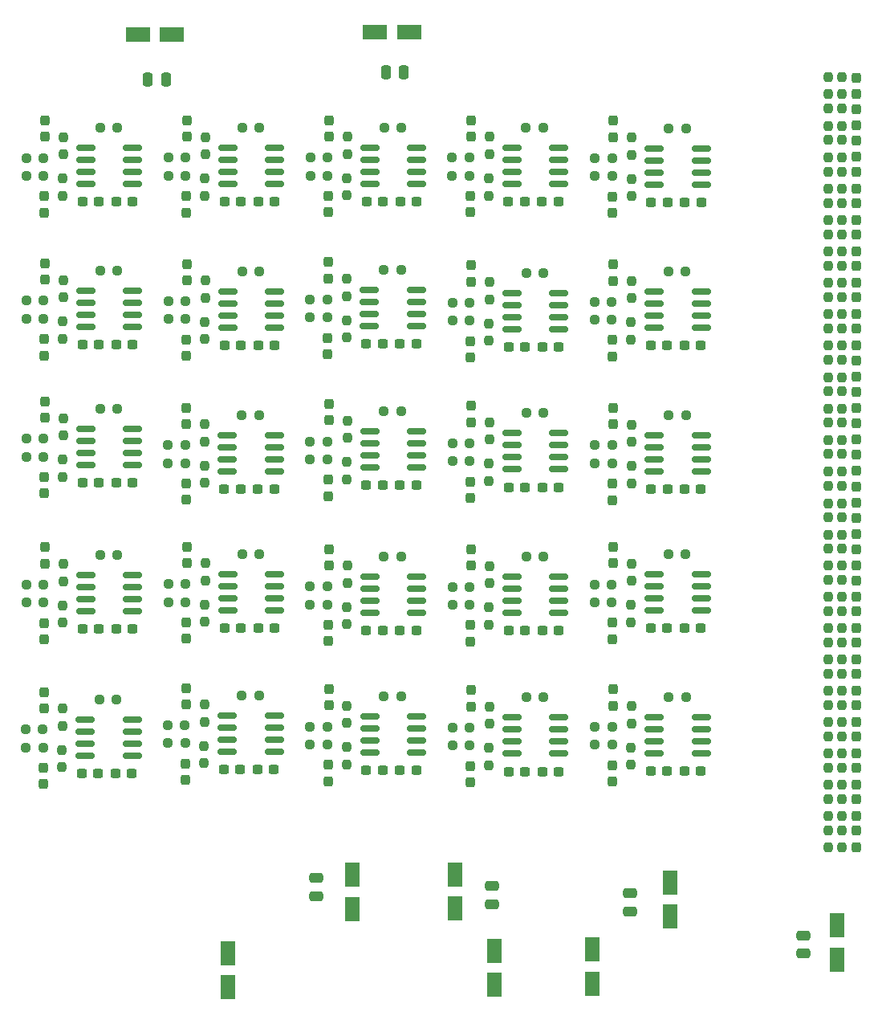
<source format=gbr>
%TF.GenerationSoftware,KiCad,Pcbnew,9.0.4*%
%TF.CreationDate,2025-10-06T13:07:05+13:00*%
%TF.ProjectId,sigProc_esfgrid_cct_IA,73696750-726f-4635-9f65-736667726964,rev?*%
%TF.SameCoordinates,Original*%
%TF.FileFunction,Paste,Top*%
%TF.FilePolarity,Positive*%
%FSLAX46Y46*%
G04 Gerber Fmt 4.6, Leading zero omitted, Abs format (unit mm)*
G04 Created by KiCad (PCBNEW 9.0.4) date 2025-10-06 13:07:05*
%MOMM*%
%LPD*%
G01*
G04 APERTURE LIST*
G04 Aperture macros list*
%AMRoundRect*
0 Rectangle with rounded corners*
0 $1 Rounding radius*
0 $2 $3 $4 $5 $6 $7 $8 $9 X,Y pos of 4 corners*
0 Add a 4 corners polygon primitive as box body*
4,1,4,$2,$3,$4,$5,$6,$7,$8,$9,$2,$3,0*
0 Add four circle primitives for the rounded corners*
1,1,$1+$1,$2,$3*
1,1,$1+$1,$4,$5*
1,1,$1+$1,$6,$7*
1,1,$1+$1,$8,$9*
0 Add four rect primitives between the rounded corners*
20,1,$1+$1,$2,$3,$4,$5,0*
20,1,$1+$1,$4,$5,$6,$7,0*
20,1,$1+$1,$6,$7,$8,$9,0*
20,1,$1+$1,$8,$9,$2,$3,0*%
G04 Aperture macros list end*
%ADD10RoundRect,0.237500X-0.250000X-0.237500X0.250000X-0.237500X0.250000X0.237500X-0.250000X0.237500X0*%
%ADD11RoundRect,0.237500X-0.237500X0.250000X-0.237500X-0.250000X0.237500X-0.250000X0.237500X0.250000X0*%
%ADD12RoundRect,0.237500X0.237500X-0.250000X0.237500X0.250000X-0.237500X0.250000X-0.237500X-0.250000X0*%
%ADD13RoundRect,0.237500X-0.237500X0.300000X-0.237500X-0.300000X0.237500X-0.300000X0.237500X0.300000X0*%
%ADD14RoundRect,0.237500X-0.300000X-0.237500X0.300000X-0.237500X0.300000X0.237500X-0.300000X0.237500X0*%
%ADD15RoundRect,0.250000X-1.050000X-0.550000X1.050000X-0.550000X1.050000X0.550000X-1.050000X0.550000X0*%
%ADD16RoundRect,0.237500X0.300000X0.237500X-0.300000X0.237500X-0.300000X-0.237500X0.300000X-0.237500X0*%
%ADD17RoundRect,0.250000X-0.550000X1.050000X-0.550000X-1.050000X0.550000X-1.050000X0.550000X1.050000X0*%
%ADD18RoundRect,0.237500X0.237500X-0.300000X0.237500X0.300000X-0.237500X0.300000X-0.237500X-0.300000X0*%
%ADD19RoundRect,0.150000X-0.825000X-0.150000X0.825000X-0.150000X0.825000X0.150000X-0.825000X0.150000X0*%
%ADD20RoundRect,0.250000X0.475000X-0.250000X0.475000X0.250000X-0.475000X0.250000X-0.475000X-0.250000X0*%
%ADD21RoundRect,0.250000X-0.250000X-0.475000X0.250000X-0.475000X0.250000X0.475000X-0.250000X0.475000X0*%
%ADD22RoundRect,0.250000X0.250000X0.475000X-0.250000X0.475000X-0.250000X-0.475000X0.250000X-0.475000X0*%
%ADD23RoundRect,0.250000X0.550000X-1.050000X0.550000X1.050000X-0.550000X1.050000X-0.550000X-1.050000X0*%
G04 APERTURE END LIST*
D10*
%TO.C,R20*%
X187402600Y-53322500D03*
X189227600Y-53322500D03*
%TD*%
D11*
%TO.C,R170*%
X220758061Y-117487500D03*
X220758061Y-119312500D03*
%TD*%
D12*
%TO.C,R27*%
X138530000Y-75560000D03*
X138530000Y-73735000D03*
%TD*%
%TO.C,R82*%
X153507500Y-105432500D03*
X153507500Y-103607500D03*
%TD*%
D13*
%TO.C,C88*%
X136497600Y-120797500D03*
X136497600Y-122522500D03*
%TD*%
%TO.C,C104*%
X196530000Y-120527500D03*
X196530000Y-122252500D03*
%TD*%
%TO.C,C124*%
X222258061Y-81175000D03*
X222258061Y-82900000D03*
%TD*%
D10*
%TO.C,R38*%
X164605000Y-71450000D03*
X166430000Y-71450000D03*
%TD*%
D11*
%TO.C,R106*%
X153510000Y-114135000D03*
X153510000Y-115960000D03*
%TD*%
D13*
%TO.C,C130*%
X222258061Y-101037500D03*
X222258061Y-102762500D03*
%TD*%
%TO.C,C64*%
X196540000Y-90847500D03*
X196540000Y-92572500D03*
%TD*%
D14*
%TO.C,C105*%
X204127500Y-121120000D03*
X205852500Y-121120000D03*
%TD*%
D15*
%TO.C,C109*%
X146450000Y-43500000D03*
X150050000Y-43500000D03*
%TD*%
D16*
%TO.C,C82*%
X187282500Y-106350000D03*
X185557500Y-106350000D03*
%TD*%
D13*
%TO.C,C96*%
X166502500Y-120487500D03*
X166502500Y-122212500D03*
%TD*%
D11*
%TO.C,R167*%
X219258061Y-127387500D03*
X219258061Y-129212500D03*
%TD*%
D17*
%TO.C,C2*%
X184095000Y-140095000D03*
X184095000Y-143695000D03*
%TD*%
D18*
%TO.C,C125*%
X222258061Y-86200000D03*
X222258061Y-84475000D03*
%TD*%
D10*
%TO.C,R53*%
X134675000Y-86130000D03*
X136500000Y-86130000D03*
%TD*%
D13*
%TO.C,C68*%
X136550000Y-105537500D03*
X136550000Y-107262500D03*
%TD*%
D11*
%TO.C,R140*%
X220758061Y-71175000D03*
X220758061Y-73000000D03*
%TD*%
D19*
%TO.C,U22*%
X200920000Y-100420000D03*
X200920000Y-101690000D03*
X200920000Y-102960000D03*
X200920000Y-104230000D03*
X205870000Y-104230000D03*
X205870000Y-102960000D03*
X205870000Y-101690000D03*
X205870000Y-100420000D03*
%TD*%
D12*
%TO.C,R72*%
X198500000Y-90800000D03*
X198500000Y-88975000D03*
%TD*%
D11*
%TO.C,R51*%
X138580000Y-83935000D03*
X138580000Y-85760000D03*
%TD*%
D13*
%TO.C,C55*%
X166590000Y-82462500D03*
X166590000Y-84187500D03*
%TD*%
D16*
%TO.C,C46*%
X202292500Y-76305000D03*
X200567500Y-76305000D03*
%TD*%
D14*
%TO.C,C45*%
X204117500Y-76305000D03*
X205842500Y-76305000D03*
%TD*%
D18*
%TO.C,C131*%
X222258061Y-106062500D03*
X222258061Y-104337500D03*
%TD*%
D12*
%TO.C,R154*%
X220758061Y-96212500D03*
X220758061Y-94387500D03*
%TD*%
%TO.C,R92*%
X183470000Y-105710000D03*
X183470000Y-103885000D03*
%TD*%
D16*
%TO.C,C34*%
X157312500Y-76260000D03*
X155587500Y-76260000D03*
%TD*%
D10*
%TO.C,R113*%
X164617500Y-116450000D03*
X166442500Y-116450000D03*
%TD*%
D13*
%TO.C,C79*%
X181590000Y-97777500D03*
X181590000Y-99502500D03*
%TD*%
D12*
%TO.C,R149*%
X219258061Y-86250000D03*
X219258061Y-84425000D03*
%TD*%
D11*
%TO.C,R159*%
X219258061Y-100987500D03*
X219258061Y-102812500D03*
%TD*%
D10*
%TO.C,R94*%
X179627500Y-103610000D03*
X181452500Y-103610000D03*
%TD*%
D16*
%TO.C,C42*%
X187292500Y-76420000D03*
X185567500Y-76420000D03*
%TD*%
D10*
%TO.C,R79*%
X134667500Y-103390000D03*
X136492500Y-103390000D03*
%TD*%
D13*
%TO.C,C7*%
X136627600Y-52567500D03*
X136627600Y-54292500D03*
%TD*%
D10*
%TO.C,R25*%
X202455000Y-53370000D03*
X204280000Y-53370000D03*
%TD*%
D14*
%TO.C,C85*%
X204117500Y-106100000D03*
X205842500Y-106100000D03*
%TD*%
D18*
%TO.C,C116*%
X222258061Y-56412500D03*
X222258061Y-54687500D03*
%TD*%
D12*
%TO.C,R57*%
X153470000Y-90780000D03*
X153470000Y-88955000D03*
%TD*%
D10*
%TO.C,R88*%
X164625000Y-101690000D03*
X166450000Y-101690000D03*
%TD*%
%TO.C,R28*%
X134685000Y-71570000D03*
X136510000Y-71570000D03*
%TD*%
%TO.C,R43*%
X179635000Y-71790000D03*
X181460000Y-71790000D03*
%TD*%
D13*
%TO.C,C83*%
X196600000Y-97527500D03*
X196600000Y-99252500D03*
%TD*%
D16*
%TO.C,C54*%
X157282500Y-91420000D03*
X155557500Y-91420000D03*
%TD*%
D11*
%TO.C,R76*%
X138570000Y-99305000D03*
X138570000Y-101130000D03*
%TD*%
D10*
%TO.C,R10*%
X157442600Y-53327500D03*
X159267600Y-53327500D03*
%TD*%
D11*
%TO.C,R41*%
X183540000Y-69595000D03*
X183540000Y-71420000D03*
%TD*%
D14*
%TO.C,C17*%
X174122500Y-61120000D03*
X175847500Y-61120000D03*
%TD*%
D19*
%TO.C,U21*%
X185910000Y-100670000D03*
X185910000Y-101940000D03*
X185910000Y-103210000D03*
X185910000Y-104480000D03*
X190860000Y-104480000D03*
X190860000Y-103210000D03*
X190860000Y-101940000D03*
X190860000Y-100670000D03*
%TD*%
D14*
%TO.C,C37*%
X174087500Y-76080000D03*
X175812500Y-76080000D03*
%TD*%
D11*
%TO.C,R31*%
X153560000Y-69435000D03*
X153560000Y-71260000D03*
%TD*%
D10*
%TO.C,R73*%
X194655000Y-86810000D03*
X196480000Y-86810000D03*
%TD*%
%TO.C,R84*%
X149665000Y-103332500D03*
X151490000Y-103332500D03*
%TD*%
%TO.C,R99*%
X194637500Y-103360000D03*
X196462500Y-103360000D03*
%TD*%
D13*
%TO.C,C8*%
X136547600Y-60547500D03*
X136547600Y-62272500D03*
%TD*%
D10*
%TO.C,R40*%
X172395000Y-68280000D03*
X174220000Y-68280000D03*
%TD*%
D14*
%TO.C,C41*%
X189117500Y-76420000D03*
X190842500Y-76420000D03*
%TD*%
D13*
%TO.C,C92*%
X151490000Y-120367500D03*
X151490000Y-122092500D03*
%TD*%
D18*
%TO.C,C136*%
X222258061Y-119262500D03*
X222258061Y-117537500D03*
%TD*%
D13*
%TO.C,C137*%
X222258061Y-120837500D03*
X222258061Y-122562500D03*
%TD*%
D11*
%TO.C,R144*%
X220758061Y-77825000D03*
X220758061Y-79650000D03*
%TD*%
D16*
%TO.C,C74*%
X157320000Y-106072500D03*
X155595000Y-106072500D03*
%TD*%
D11*
%TO.C,R66*%
X183525000Y-84395000D03*
X183525000Y-86220000D03*
%TD*%
%TO.C,R156*%
X220758061Y-97687500D03*
X220758061Y-99512500D03*
%TD*%
D16*
%TO.C,C106*%
X202302500Y-121120000D03*
X200577500Y-121120000D03*
%TD*%
D12*
%TO.C,R145*%
X219258061Y-79650000D03*
X219258061Y-77825000D03*
%TD*%
D13*
%TO.C,C27*%
X136650000Y-67627500D03*
X136650000Y-69352500D03*
%TD*%
D10*
%TO.C,R33*%
X149655000Y-71630000D03*
X151480000Y-71630000D03*
%TD*%
D12*
%TO.C,R150*%
X220758061Y-89550000D03*
X220758061Y-87725000D03*
%TD*%
D13*
%TO.C,C24*%
X196550000Y-60577500D03*
X196550000Y-62302500D03*
%TD*%
D11*
%TO.C,R101*%
X138517600Y-114565000D03*
X138517600Y-116390000D03*
%TD*%
D10*
%TO.C,R114*%
X164620000Y-118340000D03*
X166445000Y-118340000D03*
%TD*%
D20*
%TO.C,C139*%
X216675000Y-140375000D03*
X216675000Y-138475000D03*
%TD*%
D18*
%TO.C,C127*%
X222258061Y-92862500D03*
X222258061Y-91137500D03*
%TD*%
D13*
%TO.C,C91*%
X151570000Y-112387500D03*
X151570000Y-114112500D03*
%TD*%
D21*
%TO.C,C108*%
X172600000Y-47500000D03*
X174500000Y-47500000D03*
%TD*%
D19*
%TO.C,U10*%
X170890000Y-70400000D03*
X170890000Y-71670000D03*
X170890000Y-72940000D03*
X170890000Y-74210000D03*
X175840000Y-74210000D03*
X175840000Y-72940000D03*
X175840000Y-71670000D03*
X175840000Y-70400000D03*
%TD*%
%TO.C,U19*%
X155947500Y-100392500D03*
X155947500Y-101662500D03*
X155947500Y-102932500D03*
X155947500Y-104202500D03*
X160897500Y-104202500D03*
X160897500Y-102932500D03*
X160897500Y-101662500D03*
X160897500Y-100392500D03*
%TD*%
%TO.C,U15*%
X170910000Y-85355000D03*
X170910000Y-86625000D03*
X170910000Y-87895000D03*
X170910000Y-89165000D03*
X175860000Y-89165000D03*
X175860000Y-87895000D03*
X175860000Y-86625000D03*
X175860000Y-85355000D03*
%TD*%
D11*
%TO.C,R61*%
X168530000Y-84210000D03*
X168530000Y-86035000D03*
%TD*%
D10*
%TO.C,R104*%
X134615100Y-118650000D03*
X136440100Y-118650000D03*
%TD*%
D19*
%TO.C,U23*%
X140897600Y-115710000D03*
X140897600Y-116980000D03*
X140897600Y-118250000D03*
X140897600Y-119520000D03*
X145847600Y-119520000D03*
X145847600Y-118250000D03*
X145847600Y-116980000D03*
X145847600Y-115710000D03*
%TD*%
D16*
%TO.C,C22*%
X187270100Y-61122500D03*
X185545100Y-61122500D03*
%TD*%
D12*
%TO.C,R162*%
X220758061Y-109412500D03*
X220758061Y-107587500D03*
%TD*%
D11*
%TO.C,R56*%
X153530000Y-84595000D03*
X153530000Y-86420000D03*
%TD*%
D10*
%TO.C,R15*%
X172430000Y-53320000D03*
X174255000Y-53320000D03*
%TD*%
D13*
%TO.C,C132*%
X222258061Y-107637500D03*
X222258061Y-109362500D03*
%TD*%
%TO.C,C75*%
X166590000Y-97747500D03*
X166590000Y-99472500D03*
%TD*%
D11*
%TO.C,R6*%
X153557600Y-54302500D03*
X153557600Y-56127500D03*
%TD*%
D14*
%TO.C,C89*%
X144095100Y-121390000D03*
X145820100Y-121390000D03*
%TD*%
D12*
%TO.C,R157*%
X219258061Y-99512500D03*
X219258061Y-97687500D03*
%TD*%
D16*
%TO.C,C50*%
X142332500Y-90760000D03*
X140607500Y-90760000D03*
%TD*%
D20*
%TO.C,C4*%
X183805000Y-135195000D03*
X183805000Y-133295000D03*
%TD*%
D12*
%TO.C,R52*%
X138520000Y-90120000D03*
X138520000Y-88295000D03*
%TD*%
D16*
%TO.C,C14*%
X157310100Y-61127500D03*
X155585100Y-61127500D03*
%TD*%
D12*
%TO.C,R122*%
X198490000Y-120480000D03*
X198490000Y-118655000D03*
%TD*%
D11*
%TO.C,R126*%
X220758061Y-47987500D03*
X220758061Y-49812500D03*
%TD*%
%TO.C,R151*%
X219258061Y-87725000D03*
X219258061Y-89550000D03*
%TD*%
D10*
%TO.C,R45*%
X187425000Y-68620000D03*
X189250000Y-68620000D03*
%TD*%
D12*
%TO.C,R47*%
X198480000Y-75665000D03*
X198480000Y-73840000D03*
%TD*%
D18*
%TO.C,C133*%
X222258061Y-112662500D03*
X222258061Y-110937500D03*
%TD*%
D10*
%TO.C,R18*%
X179612600Y-56492500D03*
X181437600Y-56492500D03*
%TD*%
D13*
%TO.C,C32*%
X151540000Y-75667500D03*
X151540000Y-77392500D03*
%TD*%
D12*
%TO.C,R161*%
X219258061Y-106112500D03*
X219258061Y-104287500D03*
%TD*%
D13*
%TO.C,C15*%
X166605000Y-52547500D03*
X166605000Y-54272500D03*
%TD*%
D11*
%TO.C,R71*%
X198560000Y-84615000D03*
X198560000Y-86440000D03*
%TD*%
D19*
%TO.C,U9*%
X155940000Y-70580000D03*
X155940000Y-71850000D03*
X155940000Y-73120000D03*
X155940000Y-74390000D03*
X160890000Y-74390000D03*
X160890000Y-73120000D03*
X160890000Y-71850000D03*
X160890000Y-70580000D03*
%TD*%
D10*
%TO.C,R14*%
X164642500Y-58380000D03*
X166467500Y-58380000D03*
%TD*%
D13*
%TO.C,C20*%
X181497600Y-60530000D03*
X181497600Y-62255000D03*
%TD*%
D12*
%TO.C,R137*%
X219258061Y-66400000D03*
X219258061Y-64575000D03*
%TD*%
D10*
%TO.C,R39*%
X164607500Y-73340000D03*
X166432500Y-73340000D03*
%TD*%
D13*
%TO.C,C87*%
X136577600Y-112817500D03*
X136577600Y-114542500D03*
%TD*%
D10*
%TO.C,R19*%
X179615100Y-58382500D03*
X181440100Y-58382500D03*
%TD*%
D16*
%TO.C,C78*%
X172282500Y-106320000D03*
X170557500Y-106320000D03*
%TD*%
D20*
%TO.C,C3*%
X165275000Y-134345000D03*
X165275000Y-132445000D03*
%TD*%
D11*
%TO.C,R86*%
X168530000Y-99495000D03*
X168530000Y-101320000D03*
%TD*%
D12*
%TO.C,R175*%
X219258061Y-125912500D03*
X219258061Y-124087500D03*
%TD*%
D13*
%TO.C,C48*%
X136560000Y-90167500D03*
X136560000Y-91892500D03*
%TD*%
D14*
%TO.C,C21*%
X189095100Y-61122500D03*
X190820100Y-61122500D03*
%TD*%
D13*
%TO.C,C52*%
X151510000Y-90827500D03*
X151510000Y-92552500D03*
%TD*%
D10*
%TO.C,R49*%
X194637500Y-73565000D03*
X196462500Y-73565000D03*
%TD*%
D17*
%TO.C,C1*%
X155935000Y-140345000D03*
X155935000Y-143945000D03*
%TD*%
D12*
%TO.C,R77*%
X138510000Y-105490000D03*
X138510000Y-103665000D03*
%TD*%
D10*
%TO.C,R118*%
X179635000Y-116560000D03*
X181460000Y-116560000D03*
%TD*%
%TO.C,R103*%
X134612600Y-116760000D03*
X136437600Y-116760000D03*
%TD*%
D12*
%TO.C,R97*%
X198480000Y-105460000D03*
X198480000Y-103635000D03*
%TD*%
D10*
%TO.C,R35*%
X157445000Y-68460000D03*
X159270000Y-68460000D03*
%TD*%
D16*
%TO.C,C38*%
X172262500Y-76080000D03*
X170537500Y-76080000D03*
%TD*%
D12*
%TO.C,R32*%
X153500000Y-75620000D03*
X153500000Y-73795000D03*
%TD*%
D11*
%TO.C,R152*%
X220758061Y-91087500D03*
X220758061Y-92912500D03*
%TD*%
D13*
%TO.C,C67*%
X136630000Y-97557500D03*
X136630000Y-99282500D03*
%TD*%
%TO.C,C43*%
X196600000Y-67732500D03*
X196600000Y-69457500D03*
%TD*%
D11*
%TO.C,R169*%
X219258061Y-114187500D03*
X219258061Y-116012500D03*
%TD*%
%TO.C,R11*%
X168545000Y-54295000D03*
X168545000Y-56120000D03*
%TD*%
D16*
%TO.C,C30*%
X142342500Y-76200000D03*
X140617500Y-76200000D03*
%TD*%
D14*
%TO.C,C49*%
X144157500Y-90760000D03*
X145882500Y-90760000D03*
%TD*%
D19*
%TO.C,U26*%
X185920000Y-115510000D03*
X185920000Y-116780000D03*
X185920000Y-118050000D03*
X185920000Y-119320000D03*
X190870000Y-119320000D03*
X190870000Y-118050000D03*
X190870000Y-116780000D03*
X190870000Y-115510000D03*
%TD*%
D11*
%TO.C,R155*%
X219258061Y-94387500D03*
X219258061Y-96212500D03*
%TD*%
D10*
%TO.C,R100*%
X202425000Y-98300000D03*
X204250000Y-98300000D03*
%TD*%
D13*
%TO.C,C31*%
X151620000Y-67687500D03*
X151620000Y-69412500D03*
%TD*%
D19*
%TO.C,U27*%
X200930000Y-115440000D03*
X200930000Y-116710000D03*
X200930000Y-117980000D03*
X200930000Y-119250000D03*
X205880000Y-119250000D03*
X205880000Y-117980000D03*
X205880000Y-116710000D03*
X205880000Y-115440000D03*
%TD*%
%TO.C,U8*%
X140970000Y-70520000D03*
X140970000Y-71790000D03*
X140970000Y-73060000D03*
X140970000Y-74330000D03*
X145920000Y-74330000D03*
X145920000Y-73060000D03*
X145920000Y-71790000D03*
X145920000Y-70520000D03*
%TD*%
D10*
%TO.C,R95*%
X187415000Y-98550000D03*
X189240000Y-98550000D03*
%TD*%
D11*
%TO.C,R96*%
X198540000Y-99275000D03*
X198540000Y-101100000D03*
%TD*%
D19*
%TO.C,U16*%
X185905000Y-85540000D03*
X185905000Y-86810000D03*
X185905000Y-88080000D03*
X185905000Y-89350000D03*
X190855000Y-89350000D03*
X190855000Y-88080000D03*
X190855000Y-86810000D03*
X190855000Y-85540000D03*
%TD*%
%TO.C,U14*%
X155910000Y-85740000D03*
X155910000Y-87010000D03*
X155910000Y-88280000D03*
X155910000Y-89550000D03*
X160860000Y-89550000D03*
X160860000Y-88280000D03*
X160860000Y-87010000D03*
X160860000Y-85740000D03*
%TD*%
D14*
%TO.C,C65*%
X204137500Y-91440000D03*
X205862500Y-91440000D03*
%TD*%
D13*
%TO.C,C72*%
X151547500Y-105480000D03*
X151547500Y-107205000D03*
%TD*%
%TO.C,C19*%
X181577600Y-52550000D03*
X181577600Y-54275000D03*
%TD*%
D12*
%TO.C,R107*%
X153450000Y-120320000D03*
X153450000Y-118495000D03*
%TD*%
D11*
%TO.C,R174*%
X220758061Y-124087500D03*
X220758061Y-125912500D03*
%TD*%
D10*
%TO.C,R119*%
X179637500Y-118450000D03*
X181462500Y-118450000D03*
%TD*%
D13*
%TO.C,C16*%
X166525000Y-60527500D03*
X166525000Y-62252500D03*
%TD*%
D20*
%TO.C,C112*%
X198360000Y-135950000D03*
X198360000Y-134050000D03*
%TD*%
D13*
%TO.C,C71*%
X151627500Y-97500000D03*
X151627500Y-99225000D03*
%TD*%
D10*
%TO.C,R123*%
X194645000Y-116490000D03*
X196470000Y-116490000D03*
%TD*%
D14*
%TO.C,C9*%
X144145100Y-61140000D03*
X145870100Y-61140000D03*
%TD*%
D11*
%TO.C,R26*%
X138590000Y-69375000D03*
X138590000Y-71200000D03*
%TD*%
D12*
%TO.C,R141*%
X219258061Y-73000000D03*
X219258061Y-71175000D03*
%TD*%
D11*
%TO.C,R147*%
X219258061Y-81125000D03*
X219258061Y-82950000D03*
%TD*%
D13*
%TO.C,C115*%
X222258061Y-51375000D03*
X222258061Y-53100000D03*
%TD*%
D10*
%TO.C,R34*%
X149657500Y-73520000D03*
X151482500Y-73520000D03*
%TD*%
%TO.C,R108*%
X149587500Y-116330000D03*
X151412500Y-116330000D03*
%TD*%
%TO.C,R124*%
X194647500Y-118380000D03*
X196472500Y-118380000D03*
%TD*%
D22*
%TO.C,C107*%
X149400000Y-48250000D03*
X147500000Y-48250000D03*
%TD*%
D14*
%TO.C,C33*%
X159137500Y-76260000D03*
X160862500Y-76260000D03*
%TD*%
D13*
%TO.C,C47*%
X136640000Y-82187500D03*
X136640000Y-83912500D03*
%TD*%
%TO.C,C56*%
X166510000Y-90442500D03*
X166510000Y-92167500D03*
%TD*%
D11*
%TO.C,R91*%
X183530000Y-99525000D03*
X183530000Y-101350000D03*
%TD*%
D13*
%TO.C,C28*%
X136570000Y-75607500D03*
X136570000Y-77332500D03*
%TD*%
D10*
%TO.C,R93*%
X179625000Y-101720000D03*
X181450000Y-101720000D03*
%TD*%
D14*
%TO.C,C97*%
X174100000Y-121080000D03*
X175825000Y-121080000D03*
%TD*%
D18*
%TO.C,C121*%
X222258061Y-72950000D03*
X222258061Y-71225000D03*
%TD*%
D19*
%TO.C,U25*%
X170902500Y-115400000D03*
X170902500Y-116670000D03*
X170902500Y-117940000D03*
X170902500Y-119210000D03*
X175852500Y-119210000D03*
X175852500Y-117940000D03*
X175852500Y-116670000D03*
X175852500Y-115400000D03*
%TD*%
D10*
%TO.C,R30*%
X142475000Y-68400000D03*
X144300000Y-68400000D03*
%TD*%
D12*
%TO.C,R22*%
X198510000Y-60530000D03*
X198510000Y-58705000D03*
%TD*%
D19*
%TO.C,U24*%
X155890000Y-115280000D03*
X155890000Y-116550000D03*
X155890000Y-117820000D03*
X155890000Y-119090000D03*
X160840000Y-119090000D03*
X160840000Y-117820000D03*
X160840000Y-116550000D03*
X160840000Y-115280000D03*
%TD*%
D13*
%TO.C,C117*%
X222258061Y-58012500D03*
X222258061Y-59737500D03*
%TD*%
D17*
%TO.C,C111*%
X194360000Y-139950000D03*
X194360000Y-143550000D03*
%TD*%
D12*
%TO.C,R142*%
X220758061Y-76300000D03*
X220758061Y-74475000D03*
%TD*%
D14*
%TO.C,C25*%
X204147500Y-61170000D03*
X205872500Y-61170000D03*
%TD*%
D11*
%TO.C,R160*%
X220758061Y-104287500D03*
X220758061Y-106112500D03*
%TD*%
D14*
%TO.C,C73*%
X159145000Y-106072500D03*
X160870000Y-106072500D03*
%TD*%
%TO.C,C61*%
X189102500Y-91220000D03*
X190827500Y-91220000D03*
%TD*%
D10*
%TO.C,R74*%
X194657500Y-88700000D03*
X196482500Y-88700000D03*
%TD*%
D13*
%TO.C,C36*%
X166490000Y-75487500D03*
X166490000Y-77212500D03*
%TD*%
D10*
%TO.C,R23*%
X194665000Y-56540000D03*
X196490000Y-56540000D03*
%TD*%
%TO.C,R58*%
X149625000Y-86790000D03*
X151450000Y-86790000D03*
%TD*%
D12*
%TO.C,R165*%
X219258061Y-112712500D03*
X219258061Y-110887500D03*
%TD*%
D10*
%TO.C,R85*%
X157452500Y-98272500D03*
X159277500Y-98272500D03*
%TD*%
D13*
%TO.C,C40*%
X181520000Y-75827500D03*
X181520000Y-77552500D03*
%TD*%
D19*
%TO.C,U7*%
X200950000Y-55490000D03*
X200950000Y-56760000D03*
X200950000Y-58030000D03*
X200950000Y-59300000D03*
X205900000Y-59300000D03*
X205900000Y-58030000D03*
X205900000Y-56760000D03*
X205900000Y-55490000D03*
%TD*%
D13*
%TO.C,C95*%
X166582500Y-112507500D03*
X166582500Y-114232500D03*
%TD*%
%TO.C,C80*%
X181510000Y-105757500D03*
X181510000Y-107482500D03*
%TD*%
D19*
%TO.C,U20*%
X170910000Y-100640000D03*
X170910000Y-101910000D03*
X170910000Y-103180000D03*
X170910000Y-104450000D03*
X175860000Y-104450000D03*
X175860000Y-103180000D03*
X175860000Y-101910000D03*
X175860000Y-100640000D03*
%TD*%
D13*
%TO.C,C39*%
X181600000Y-67847500D03*
X181600000Y-69572500D03*
%TD*%
%TO.C,C128*%
X222258061Y-94437500D03*
X222258061Y-96162500D03*
%TD*%
D11*
%TO.C,R16*%
X183517600Y-54297500D03*
X183517600Y-56122500D03*
%TD*%
D13*
%TO.C,C35*%
X166570000Y-67507500D03*
X166570000Y-69232500D03*
%TD*%
%TO.C,C12*%
X151537600Y-60535000D03*
X151537600Y-62260000D03*
%TD*%
D19*
%TO.C,U3*%
X140947600Y-55460000D03*
X140947600Y-56730000D03*
X140947600Y-58000000D03*
X140947600Y-59270000D03*
X145897600Y-59270000D03*
X145897600Y-58000000D03*
X145897600Y-56730000D03*
X145897600Y-55460000D03*
%TD*%
D13*
%TO.C,C51*%
X151590000Y-82847500D03*
X151590000Y-84572500D03*
%TD*%
D19*
%TO.C,U17*%
X200940000Y-85760000D03*
X200940000Y-87030000D03*
X200940000Y-88300000D03*
X200940000Y-89570000D03*
X205890000Y-89570000D03*
X205890000Y-88300000D03*
X205890000Y-87030000D03*
X205890000Y-85760000D03*
%TD*%
D10*
%TO.C,R13*%
X164640000Y-56490000D03*
X166465000Y-56490000D03*
%TD*%
D12*
%TO.C,R42*%
X183480000Y-75780000D03*
X183480000Y-73955000D03*
%TD*%
%TO.C,R132*%
X220758061Y-59787500D03*
X220758061Y-57962500D03*
%TD*%
D16*
%TO.C,C102*%
X187292500Y-121190000D03*
X185567500Y-121190000D03*
%TD*%
D14*
%TO.C,C81*%
X189107500Y-106350000D03*
X190832500Y-106350000D03*
%TD*%
D13*
%TO.C,C44*%
X196520000Y-75712500D03*
X196520000Y-77437500D03*
%TD*%
D11*
%TO.C,R121*%
X198550000Y-114295000D03*
X198550000Y-116120000D03*
%TD*%
D10*
%TO.C,R90*%
X172415000Y-98520000D03*
X174240000Y-98520000D03*
%TD*%
D11*
%TO.C,R111*%
X168522500Y-114255000D03*
X168522500Y-116080000D03*
%TD*%
D12*
%TO.C,R87*%
X168470000Y-105680000D03*
X168470000Y-103855000D03*
%TD*%
%TO.C,R12*%
X168485000Y-60480000D03*
X168485000Y-58655000D03*
%TD*%
D11*
%TO.C,R139*%
X219258061Y-67875000D03*
X219258061Y-69700000D03*
%TD*%
D17*
%TO.C,C5*%
X169095000Y-132085000D03*
X169095000Y-135685000D03*
%TD*%
D10*
%TO.C,R55*%
X142465000Y-82960000D03*
X144290000Y-82960000D03*
%TD*%
D18*
%TO.C,C114*%
X222258061Y-49787500D03*
X222258061Y-48062500D03*
%TD*%
D12*
%TO.C,R166*%
X220758061Y-129212500D03*
X220758061Y-127387500D03*
%TD*%
D11*
%TO.C,R163*%
X219258061Y-107587500D03*
X219258061Y-109412500D03*
%TD*%
D12*
%TO.C,R67*%
X183465000Y-90580000D03*
X183465000Y-88755000D03*
%TD*%
D17*
%TO.C,C113*%
X202610000Y-132900000D03*
X202610000Y-136500000D03*
%TD*%
D10*
%TO.C,R98*%
X194635000Y-101470000D03*
X196460000Y-101470000D03*
%TD*%
D14*
%TO.C,C69*%
X144147500Y-106130000D03*
X145872500Y-106130000D03*
%TD*%
D12*
%TO.C,R153*%
X219258061Y-92912500D03*
X219258061Y-91087500D03*
%TD*%
D18*
%TO.C,C138*%
X222258061Y-125862500D03*
X222258061Y-124137500D03*
%TD*%
D19*
%TO.C,U5*%
X170925000Y-55440000D03*
X170925000Y-56710000D03*
X170925000Y-57980000D03*
X170925000Y-59250000D03*
X175875000Y-59250000D03*
X175875000Y-57980000D03*
X175875000Y-56710000D03*
X175875000Y-55440000D03*
%TD*%
D10*
%TO.C,R3*%
X134662600Y-56510000D03*
X136487600Y-56510000D03*
%TD*%
D11*
%TO.C,R143*%
X219258061Y-74475000D03*
X219258061Y-76300000D03*
%TD*%
D10*
%TO.C,R80*%
X142455000Y-98330000D03*
X144280000Y-98330000D03*
%TD*%
D12*
%TO.C,R37*%
X168450000Y-75440000D03*
X168450000Y-73615000D03*
%TD*%
%TO.C,R146*%
X220758061Y-82950000D03*
X220758061Y-81125000D03*
%TD*%
D13*
%TO.C,C122*%
X222258061Y-74525000D03*
X222258061Y-76250000D03*
%TD*%
D18*
%TO.C,C119*%
X222258061Y-66350000D03*
X222258061Y-64625000D03*
%TD*%
%TO.C,C123*%
X222258061Y-79600000D03*
X222258061Y-77875000D03*
%TD*%
D13*
%TO.C,C11*%
X151617600Y-52555000D03*
X151617600Y-54280000D03*
%TD*%
D19*
%TO.C,U13*%
X140960000Y-85080000D03*
X140960000Y-86350000D03*
X140960000Y-87620000D03*
X140960000Y-88890000D03*
X145910000Y-88890000D03*
X145910000Y-87620000D03*
X145910000Y-86350000D03*
X145910000Y-85080000D03*
%TD*%
D11*
%TO.C,R130*%
X220758061Y-54637500D03*
X220758061Y-56462500D03*
%TD*%
D13*
%TO.C,C63*%
X196620000Y-82867500D03*
X196620000Y-84592500D03*
%TD*%
D12*
%TO.C,R171*%
X219258061Y-119312500D03*
X219258061Y-117487500D03*
%TD*%
%TO.C,R158*%
X220758061Y-102812500D03*
X220758061Y-100987500D03*
%TD*%
D23*
%TO.C,C6*%
X179915000Y-135645000D03*
X179915000Y-132045000D03*
%TD*%
D12*
%TO.C,R172*%
X220758061Y-122612500D03*
X220758061Y-120787500D03*
%TD*%
D11*
%TO.C,R129*%
X219258061Y-51325000D03*
X219258061Y-53150000D03*
%TD*%
D14*
%TO.C,C57*%
X174107500Y-91035000D03*
X175832500Y-91035000D03*
%TD*%
D10*
%TO.C,R65*%
X172415000Y-83235000D03*
X174240000Y-83235000D03*
%TD*%
D13*
%TO.C,C135*%
X222258061Y-114237500D03*
X222258061Y-115962500D03*
%TD*%
D10*
%TO.C,R78*%
X134665000Y-101500000D03*
X136490000Y-101500000D03*
%TD*%
D11*
%TO.C,R1*%
X138567600Y-54315000D03*
X138567600Y-56140000D03*
%TD*%
%TO.C,R46*%
X198540000Y-69480000D03*
X198540000Y-71305000D03*
%TD*%
%TO.C,R21*%
X198570000Y-54345000D03*
X198570000Y-56170000D03*
%TD*%
%TO.C,R116*%
X183540000Y-114365000D03*
X183540000Y-116190000D03*
%TD*%
D10*
%TO.C,R8*%
X149652600Y-56497500D03*
X151477600Y-56497500D03*
%TD*%
%TO.C,R24*%
X194667500Y-58430000D03*
X196492500Y-58430000D03*
%TD*%
D11*
%TO.C,R133*%
X219258061Y-57962500D03*
X219258061Y-59787500D03*
%TD*%
D14*
%TO.C,C13*%
X159135100Y-61127500D03*
X160860100Y-61127500D03*
%TD*%
D11*
%TO.C,R36*%
X168510000Y-69255000D03*
X168510000Y-71080000D03*
%TD*%
D14*
%TO.C,C53*%
X159107500Y-91420000D03*
X160832500Y-91420000D03*
%TD*%
D12*
%TO.C,R131*%
X219258061Y-56462500D03*
X219258061Y-54637500D03*
%TD*%
D16*
%TO.C,C26*%
X202322500Y-61170000D03*
X200597500Y-61170000D03*
%TD*%
D13*
%TO.C,C134*%
X222258061Y-127437500D03*
X222258061Y-129162500D03*
%TD*%
D11*
%TO.C,R81*%
X153567500Y-99247500D03*
X153567500Y-101072500D03*
%TD*%
D19*
%TO.C,U11*%
X185920000Y-70740000D03*
X185920000Y-72010000D03*
X185920000Y-73280000D03*
X185920000Y-74550000D03*
X190870000Y-74550000D03*
X190870000Y-73280000D03*
X190870000Y-72010000D03*
X190870000Y-70740000D03*
%TD*%
D10*
%TO.C,R69*%
X179622500Y-88480000D03*
X181447500Y-88480000D03*
%TD*%
D11*
%TO.C,R136*%
X220758061Y-64575000D03*
X220758061Y-66400000D03*
%TD*%
D19*
%TO.C,U18*%
X140950000Y-100450000D03*
X140950000Y-101720000D03*
X140950000Y-102990000D03*
X140950000Y-104260000D03*
X145900000Y-104260000D03*
X145900000Y-102990000D03*
X145900000Y-101720000D03*
X145900000Y-100450000D03*
%TD*%
D10*
%TO.C,R60*%
X157415000Y-83620000D03*
X159240000Y-83620000D03*
%TD*%
%TO.C,R120*%
X187425000Y-113390000D03*
X189250000Y-113390000D03*
%TD*%
D16*
%TO.C,C86*%
X202292500Y-106100000D03*
X200567500Y-106100000D03*
%TD*%
%TO.C,C98*%
X172275000Y-121080000D03*
X170550000Y-121080000D03*
%TD*%
D12*
%TO.C,R7*%
X153497600Y-60487500D03*
X153497600Y-58662500D03*
%TD*%
D13*
%TO.C,C99*%
X181600000Y-112617500D03*
X181600000Y-114342500D03*
%TD*%
%TO.C,C76*%
X166510000Y-105727500D03*
X166510000Y-107452500D03*
%TD*%
D12*
%TO.C,R128*%
X220758061Y-53150000D03*
X220758061Y-51325000D03*
%TD*%
D13*
%TO.C,C120*%
X222258061Y-67925000D03*
X222258061Y-69650000D03*
%TD*%
D10*
%TO.C,R105*%
X142402600Y-113590000D03*
X144227600Y-113590000D03*
%TD*%
D11*
%TO.C,R148*%
X220758061Y-84425000D03*
X220758061Y-86250000D03*
%TD*%
D10*
%TO.C,R83*%
X149662500Y-101442500D03*
X151487500Y-101442500D03*
%TD*%
D12*
%TO.C,R138*%
X220758061Y-69700000D03*
X220758061Y-67875000D03*
%TD*%
%TO.C,R117*%
X183480000Y-120550000D03*
X183480000Y-118725000D03*
%TD*%
D14*
%TO.C,C77*%
X174107500Y-106320000D03*
X175832500Y-106320000D03*
%TD*%
D10*
%TO.C,R63*%
X164625000Y-86405000D03*
X166450000Y-86405000D03*
%TD*%
D12*
%TO.C,R134*%
X220758061Y-63100000D03*
X220758061Y-61275000D03*
%TD*%
D10*
%TO.C,R64*%
X164627500Y-88295000D03*
X166452500Y-88295000D03*
%TD*%
D15*
%TO.C,C110*%
X171450000Y-43250000D03*
X175050000Y-43250000D03*
%TD*%
D10*
%TO.C,R4*%
X134665100Y-58400000D03*
X136490100Y-58400000D03*
%TD*%
%TO.C,R70*%
X187410000Y-83420000D03*
X189235000Y-83420000D03*
%TD*%
%TO.C,R9*%
X149655100Y-58387500D03*
X151480100Y-58387500D03*
%TD*%
D16*
%TO.C,C90*%
X142270100Y-121390000D03*
X140545100Y-121390000D03*
%TD*%
D10*
%TO.C,R54*%
X134677500Y-88020000D03*
X136502500Y-88020000D03*
%TD*%
D16*
%TO.C,C66*%
X202312500Y-91440000D03*
X200587500Y-91440000D03*
%TD*%
D10*
%TO.C,R115*%
X172407500Y-113280000D03*
X174232500Y-113280000D03*
%TD*%
D12*
%TO.C,R102*%
X138457600Y-120750000D03*
X138457600Y-118925000D03*
%TD*%
D10*
%TO.C,R29*%
X134687500Y-73460000D03*
X136512500Y-73460000D03*
%TD*%
D14*
%TO.C,C29*%
X144167500Y-76200000D03*
X145892500Y-76200000D03*
%TD*%
D16*
%TO.C,C10*%
X142320100Y-61140000D03*
X140595100Y-61140000D03*
%TD*%
D14*
%TO.C,C93*%
X159087500Y-120960000D03*
X160812500Y-120960000D03*
%TD*%
D19*
%TO.C,U12*%
X200920000Y-70625000D03*
X200920000Y-71895000D03*
X200920000Y-73165000D03*
X200920000Y-74435000D03*
X205870000Y-74435000D03*
X205870000Y-73165000D03*
X205870000Y-71895000D03*
X205870000Y-70625000D03*
%TD*%
%TO.C,U4*%
X155937600Y-55447500D03*
X155937600Y-56717500D03*
X155937600Y-57987500D03*
X155937600Y-59257500D03*
X160887600Y-59257500D03*
X160887600Y-57987500D03*
X160887600Y-56717500D03*
X160887600Y-55447500D03*
%TD*%
D11*
%TO.C,R173*%
X219258061Y-120787500D03*
X219258061Y-122612500D03*
%TD*%
D16*
%TO.C,C62*%
X187277500Y-91220000D03*
X185552500Y-91220000D03*
%TD*%
D19*
%TO.C,U6*%
X185897600Y-55442500D03*
X185897600Y-56712500D03*
X185897600Y-57982500D03*
X185897600Y-59252500D03*
X190847600Y-59252500D03*
X190847600Y-57982500D03*
X190847600Y-56712500D03*
X190847600Y-55442500D03*
%TD*%
D12*
%TO.C,R112*%
X168462500Y-120440000D03*
X168462500Y-118615000D03*
%TD*%
D18*
%TO.C,C129*%
X222258061Y-99462500D03*
X222258061Y-97737500D03*
%TD*%
D16*
%TO.C,C70*%
X142322500Y-106130000D03*
X140597500Y-106130000D03*
%TD*%
D13*
%TO.C,C84*%
X196520000Y-105507500D03*
X196520000Y-107232500D03*
%TD*%
D17*
%TO.C,C140*%
X220250000Y-137400000D03*
X220250000Y-141000000D03*
%TD*%
D13*
%TO.C,C118*%
X222258061Y-61325000D03*
X222258061Y-63050000D03*
%TD*%
D10*
%TO.C,R75*%
X202445000Y-83640000D03*
X204270000Y-83640000D03*
%TD*%
D12*
%TO.C,R168*%
X220758061Y-116012500D03*
X220758061Y-114187500D03*
%TD*%
D10*
%TO.C,R50*%
X202425000Y-68505000D03*
X204250000Y-68505000D03*
%TD*%
D13*
%TO.C,C103*%
X196610000Y-112547500D03*
X196610000Y-114272500D03*
%TD*%
D11*
%TO.C,R135*%
X219258061Y-61275000D03*
X219258061Y-63100000D03*
%TD*%
D10*
%TO.C,R48*%
X194635000Y-71675000D03*
X196460000Y-71675000D03*
%TD*%
D13*
%TO.C,C126*%
X222258061Y-87775000D03*
X222258061Y-89500000D03*
%TD*%
%TO.C,C23*%
X196630000Y-52597500D03*
X196630000Y-54322500D03*
%TD*%
D10*
%TO.C,R109*%
X149607500Y-118220000D03*
X151432500Y-118220000D03*
%TD*%
%TO.C,R44*%
X179637500Y-73680000D03*
X181462500Y-73680000D03*
%TD*%
D11*
%TO.C,R164*%
X220758061Y-110887500D03*
X220758061Y-112712500D03*
%TD*%
D10*
%TO.C,R89*%
X164627500Y-103580000D03*
X166452500Y-103580000D03*
%TD*%
D13*
%TO.C,C100*%
X181520000Y-120597500D03*
X181520000Y-122322500D03*
%TD*%
D10*
%TO.C,R110*%
X157395000Y-113160000D03*
X159220000Y-113160000D03*
%TD*%
D12*
%TO.C,R2*%
X138507600Y-60500000D03*
X138507600Y-58675000D03*
%TD*%
D10*
%TO.C,R68*%
X179620000Y-86590000D03*
X181445000Y-86590000D03*
%TD*%
D16*
%TO.C,C58*%
X172282500Y-91035000D03*
X170557500Y-91035000D03*
%TD*%
D10*
%TO.C,R59*%
X149627500Y-88680000D03*
X151452500Y-88680000D03*
%TD*%
D12*
%TO.C,R17*%
X183457600Y-60482500D03*
X183457600Y-58657500D03*
%TD*%
D16*
%TO.C,C94*%
X157262500Y-120960000D03*
X155537500Y-120960000D03*
%TD*%
D12*
%TO.C,R62*%
X168470000Y-90395000D03*
X168470000Y-88570000D03*
%TD*%
D13*
%TO.C,C59*%
X181585000Y-82647500D03*
X181585000Y-84372500D03*
%TD*%
D10*
%TO.C,R5*%
X142452600Y-53340000D03*
X144277600Y-53340000D03*
%TD*%
D12*
%TO.C,R127*%
X219258061Y-49812500D03*
X219258061Y-47987500D03*
%TD*%
D16*
%TO.C,C18*%
X172297500Y-61120000D03*
X170572500Y-61120000D03*
%TD*%
D13*
%TO.C,C60*%
X181505000Y-90627500D03*
X181505000Y-92352500D03*
%TD*%
D10*
%TO.C,R125*%
X202435000Y-113320000D03*
X204260000Y-113320000D03*
%TD*%
D14*
%TO.C,C101*%
X189117500Y-121190000D03*
X190842500Y-121190000D03*
%TD*%
M02*

</source>
